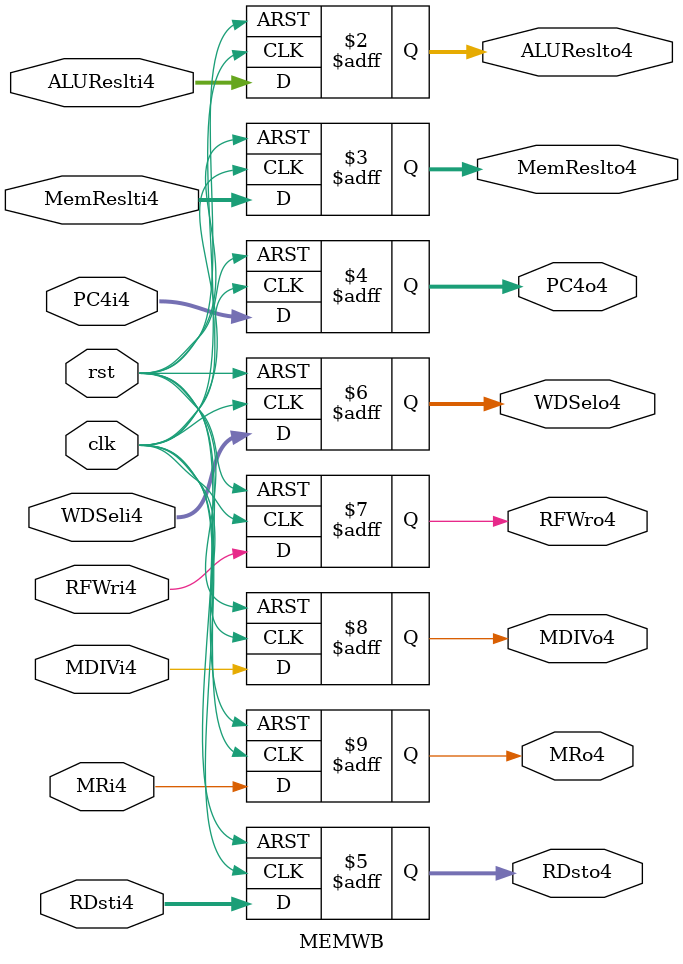
<source format=v>
`include "ctrl_encode_def.v"

module IFID(clk, rst, IFflush, install, instri1, PC4i1, instro1, PC4o1);
  
  input [31:0] instri1, PC4i1;
  input clk,rst, IFflush;
  input [1:0] install;
  output [31:0] instro1, PC4o1;
  reg  [31:0] instro1, PC4o1;

  always @(posedge clk or posedge rst) begin 
  if ( rst || IFflush ) begin
    instro1<=0; PC4o1<=0; 
  end 
  else begin 
  if(install!=0) begin
    instro1<=instro1; PC4o1<=PC4o1+4;
  end
  else begin
    instro1<=instri1; PC4o1<=PC4i1+4; 
  end
  end
  end
endmodule

module IDEX(clk, rst, instal, PC4i2, RD1i2, RD2i2, IMMi2, ALUSrci2, ALUOpi2, 
            NPCOpi2, BSeli2, MSeli2, DMWri2, WDSeli2, RFWri2, RDsti2, MDIVi2, MRi2,
            PC4o2, RD1o2, RD2o2, IMMo2, ALUSrco2, ALUOpo2, NPCOpo2, BSelo2, MSelo2,
            DMWro2, WDSelo2, RFWro2, RDsto2, MDIVo2, MRo2);

  input [31:0] RD1i2, RD2i2, IMMi2, PC4i2;
  input [4:0] RDsti2, ALUOpi2;
  input [2:0] MSeli2;
  input [1:0] NPCOpi2, WDSeli2, BSeli2, instal;
  input RFWri2, DMWri2,  MDIVi2, MRi2, ALUSrci2;
  input clk, rst;
  
  output [31:0] RD1o2, RD2o2, IMMo2, PC4o2;
  output [4:0] RDsto2, ALUOpo2;
  output [2:0] MSelo2;
  output [1:0] NPCOpo2, WDSelo2, BSelo2;
  output RFWro2, DMWro2, MDIVo2, MRo2, ALUSrco2;
  
  reg [31:0] RD1o2, RD2o2, IMMo2, PC4o2;
  reg [4:0] RDsto2, ALUOpo2;
  reg [2:0] MSelo2;
  reg [1:0] NPCOpo2, WDSelo2, BSelo2;
  reg RFWro2, DMWro2, MDIVo2, MRo2, ALUSrco2;
  
  always @(posedge clk or posedge rst) begin 
      if ( rst || (instal!=0)) begin
        RD1o2<=0; RD2o2<=0; 
        IMMo2<=0; PC4o2<=0; 
        ALUOpo2<=0; RDsto2<=0;
        MSelo2<=0; 
        NPCOpo2<=0; 
        WDSelo2<=0; BSelo2<=0; MRo2<=0;
        RFWro2<=0; DMWro2<=0; MDIVo2<=0;
        ALUSrco2<=0;
   end else begin
        RD1o2<=RD1i2; RD2o2<=RD2i2;
        IMMo2<=IMMi2; PC4o2<=PC4i2; 
        ALUOpo2<=ALUOpi2; RDsto2<=RDsti2;
        MSelo2<=MSeli2; 
        NPCOpo2<=NPCOpi2;
        WDSelo2<=WDSeli2; BSelo2<=BSeli2; MRo2<=MRi2;
        RFWro2<= RFWri2; DMWro2<=DMWri2; MDIVo2<=MDIVi2;
        ALUSrco2<=ALUSrci2;

   end
   end
endmodule

module EXMEM(clk, rst, PC4i3, ALUReslti3, RD2i3, BSeli3, MSeli3,
            DMWri3, WDSeli3, RFWri3, RDsti3, MDIVi3, MRi3,
            PC4o3, ALUReslto3, RD2o3, BSelo3, MSelo3,
            DMWro3, WDSelo3, RFWro3, RDsto3, MDIVo3, MRo3);

  input [63:0] ALUReslti3;
  input [31:0] PC4i3, RD2i3;
  input [4:0] RDsti3;
  input [2:0] MSeli3;
  input [1:0] BSeli3, WDSeli3;
  input RFWri3, DMWri3, MDIVi3, MRi3;
  input clk,rst;
  
  output [63:0] ALUReslto3;
  output [31:0] PC4o3, RD2o3;
  output [4:0] RDsto3;
  output [2:0] MSelo3;
  output [1:0] BSelo3,  WDSelo3;
  output RFWro3, DMWro3, MDIVo3, MRo3;
  
  reg [63:0] ALUReslto3;
  reg [31:0] PC4o3, RD2o3;
  reg [4:0] RDsto3;
  reg [2:0] MSelo3;
  reg [1:0] BSelo3,  WDSelo3;
  reg RFWro3, DMWro3, MDIVo3, MRo3;
  
  always @(posedge clk or posedge rst) begin 
      if ( rst ) begin
      ALUReslto3<=0; PC4o3<=0; 
      RDsto3<=0; ALUReslto3<=0; MRo3<=0;
      MSelo3<=0; WDSelo3<=0;
      BSelo3<=0; RFWro3<=0; DMWro3<=0; MDIVo3<=0;RD2o3<=0;
   end else begin
      ALUReslto3<=ALUReslti3;  PC4o3<=PC4i3; MRo3<=MRi3;
      RDsto3<=RDsti3; ALUReslto3<=ALUReslti3; 
      MSelo3<=MSeli3; WDSelo3<=WDSeli3;RD2o3<=RD2i3;
      BSelo3<=BSeli3; RFWro3<=RFWri3; DMWro3<=DMWri3; MDIVo3<=MDIVi3;
   end
   end
endmodule

module MEMWB(clk, rst, PC4i4, MemReslti4, ALUReslti4, WDSeli4, RFWri4, RDsti4, MDIVi4, MRi4,
           PC4o4, MemReslto4, ALUReslto4, WDSelo4, RFWro4, RDsto4, MDIVo4, MRo4);

  input [63:0] ALUReslti4;
  input [31:0] MemReslti4, PC4i4;
  input [4:0] RDsti4;
  input [1:0] WDSeli4;
  input RFWri4, MDIVi4, MRi4;
  input clk,rst;
  
  output [63:0] ALUReslto4;
  output [31:0] MemReslto4, PC4o4;
  output [4:0] RDsto4;
  output [1:0] WDSelo4;
  output RFWro4, MDIVo4, MRo4;
  
  reg [63:0] ALUReslto4;
  reg [31:0] MemReslto4, PC4o4;
  reg [4:0] RDsto4;
  reg [1:0] WDSelo4;
  reg RFWro4, MDIVo4, MRo4;
  
  always @(posedge clk or posedge rst) begin 
      if ( rst ) begin
      RDsto4<=0; MemReslto4<=0; PC4o4<=0; MRo4<=0;
      ALUReslto4<=0; WDSelo4<=0; RFWro4<=0; MDIVo4<=0;
   end else begin
      RDsto4<=RDsti4; MDIVo4<=MDIVi4; MemReslto4<=MemReslti4; PC4o4<=PC4i4;
      ALUReslto4<=ALUReslti4; WDSelo4<=WDSeli4; RFWro4<=RFWri4; 
      MRo4<=MRi4;
         end
   end
endmodule
</source>
